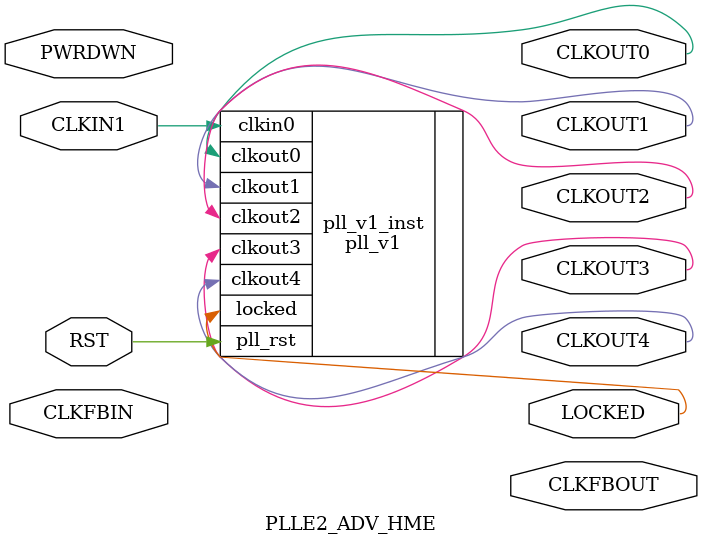
<source format=v>
module PLLE2_ADV_HME(
    CLKFBIN,
    CLKIN1,
    PWRDWN,
    RST,
    CLKFBOUT,
    CLKOUT0,
	CLKOUT1,
	CLKOUT2,
    CLKOUT3,
	CLKOUT4,
	LOCKED
);

input CLKFBIN;
input CLKIN1;
input PWRDWN;
input RST;
output CLKFBOUT;
output CLKOUT0;
output CLKOUT1;
output CLKOUT2;
output CLKOUT3;
output CLKOUT4;
output LOCKED;

parameter CLKFBOUT_MULT = 0;
parameter CLKIN1_PERIOD = 0;
parameter CLKOUT0_DIVIDE = 0;
parameter CLKOUT0_PHASE = 0;
parameter CLKOUT1_DIVIDE = 0;
parameter CLKOUT1_PHASE = 0;
parameter CLKOUT2_DIVIDE = 0;
parameter CLKOUT2_PHASE = 0;
parameter CLKOUT3_DIVIDE = 0;
parameter CLKOUT3_PHASE = 0;
parameter CLKOUT4_DIVIDE = 0;
parameter CLKOUT4_PHASE = 0;
parameter DIVCLK_DIVIDE = 0;
parameter REF_JITTER1 = 0;
parameter STARTUP_WAIT = 0;

pll_v1 pll_v1_inst(
    //.pwrdown( ~PWRDWN ),
	.pll_rst( RST ),
    .clkin0 ( CLKIN1 ),
    .locked ( LOCKED ),
    .clkout0( CLKOUT0 ),
    .clkout1( CLKOUT1 ),
    .clkout2( CLKOUT2 ),
    .clkout3( CLKOUT3 ),
	.clkout4( CLKOUT4 )
);


endmodule

</source>
